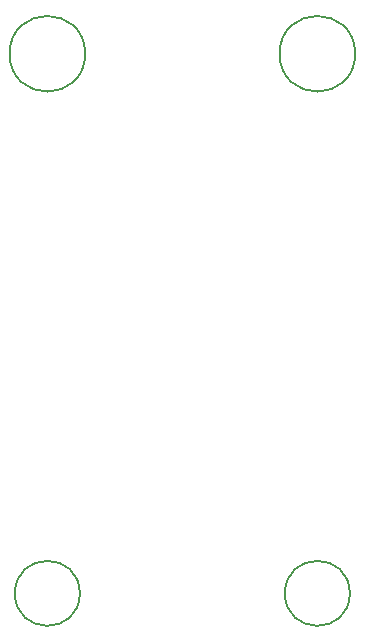
<source format=gbr>
%TF.GenerationSoftware,KiCad,Pcbnew,(6.0.9-0)*%
%TF.CreationDate,2024-11-07T13:56:04+01:00*%
%TF.ProjectId,lfo-board,6c666f2d-626f-4617-9264-2e6b69636164,rev?*%
%TF.SameCoordinates,Original*%
%TF.FileFunction,Other,Comment*%
%FSLAX46Y46*%
G04 Gerber Fmt 4.6, Leading zero omitted, Abs format (unit mm)*
G04 Created by KiCad (PCBNEW (6.0.9-0)) date 2024-11-07 13:56:04*
%MOMM*%
%LPD*%
G01*
G04 APERTURE LIST*
%ADD10C,0.150000*%
G04 APERTURE END LIST*
D10*
%TO.C,H1*%
X33230000Y-99060000D02*
G75*
G03*
X33230000Y-99060000I-2750000J0D01*
G01*
%TO.C,H2*%
X33680000Y-53376102D02*
G75*
G03*
X33680000Y-53376102I-3200000J0D01*
G01*
%TO.C,H3*%
X56090000Y-99060000D02*
G75*
G03*
X56090000Y-99060000I-2750000J0D01*
G01*
%TO.C,H4*%
X56540000Y-53376102D02*
G75*
G03*
X56540000Y-53376102I-3200000J0D01*
G01*
%TD*%
M02*

</source>
